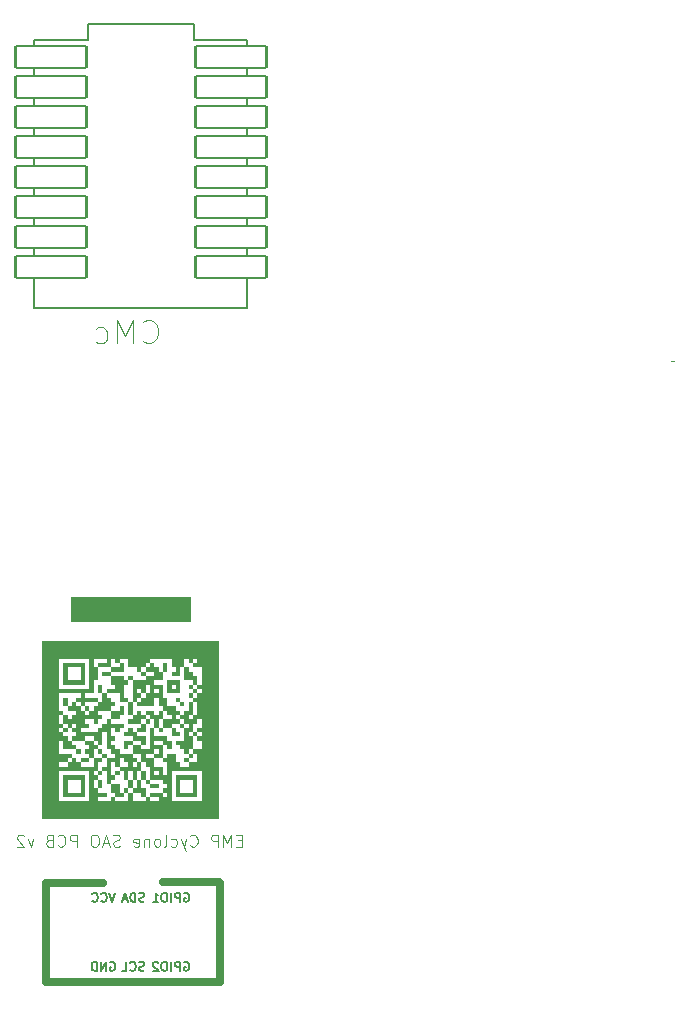
<source format=gbo>
%TF.GenerationSoftware,KiCad,Pcbnew,9.0.1*%
%TF.CreationDate,2025-07-21T02:07:33-04:00*%
%TF.ProjectId,EMP_Cyclone_SAO_v1,454d505f-4379-4636-9c6f-6e655f53414f,rev?*%
%TF.SameCoordinates,Original*%
%TF.FileFunction,Legend,Bot*%
%TF.FilePolarity,Positive*%
%FSLAX46Y46*%
G04 Gerber Fmt 4.6, Leading zero omitted, Abs format (unit mm)*
G04 Created by KiCad (PCBNEW 9.0.1) date 2025-07-21 02:07:33*
%MOMM*%
%LPD*%
G01*
G04 APERTURE LIST*
G04 Aperture macros list*
%AMRoundRect*
0 Rectangle with rounded corners*
0 $1 Rounding radius*
0 $2 $3 $4 $5 $6 $7 $8 $9 X,Y pos of 4 corners*
0 Add a 4 corners polygon primitive as box body*
4,1,4,$2,$3,$4,$5,$6,$7,$8,$9,$2,$3,0*
0 Add four circle primitives for the rounded corners*
1,1,$1+$1,$2,$3*
1,1,$1+$1,$4,$5*
1,1,$1+$1,$6,$7*
1,1,$1+$1,$8,$9*
0 Add four rect primitives between the rounded corners*
20,1,$1+$1,$2,$3,$4,$5,0*
20,1,$1+$1,$4,$5,$6,$7,0*
20,1,$1+$1,$6,$7,$8,$9,0*
20,1,$1+$1,$8,$9,$2,$3,0*%
G04 Aperture macros list end*
%ADD10C,0.100000*%
%ADD11C,0.150000*%
%ADD12C,0.000000*%
%ADD13C,0.700000*%
%ADD14C,0.127000*%
%ADD15C,1.727200*%
%ADD16C,2.000000*%
%ADD17R,1.727200X1.727200*%
%ADD18O,1.727200X1.727200*%
%ADD19RoundRect,0.102000X3.000000X0.952500X-3.000000X0.952500X-3.000000X-0.952500X3.000000X-0.952500X0*%
G04 APERTURE END LIST*
D10*
X95000000Y-113750000D02*
X105000000Y-113750000D01*
X105000000Y-115750000D01*
X95000000Y-115750000D01*
X95000000Y-113750000D01*
G36*
X95000000Y-113750000D02*
G01*
X105000000Y-113750000D01*
X105000000Y-115750000D01*
X95000000Y-115750000D01*
X95000000Y-113750000D01*
G37*
X145750000Y-93750000D02*
X146000000Y-93750000D01*
X145750000Y-93750000D01*
X109446115Y-134348609D02*
X109112782Y-134348609D01*
X108969925Y-134872419D02*
X109446115Y-134872419D01*
X109446115Y-134872419D02*
X109446115Y-133872419D01*
X109446115Y-133872419D02*
X108969925Y-133872419D01*
X108541353Y-134872419D02*
X108541353Y-133872419D01*
X108541353Y-133872419D02*
X108208020Y-134586704D01*
X108208020Y-134586704D02*
X107874687Y-133872419D01*
X107874687Y-133872419D02*
X107874687Y-134872419D01*
X107398496Y-134872419D02*
X107398496Y-133872419D01*
X107398496Y-133872419D02*
X107017544Y-133872419D01*
X107017544Y-133872419D02*
X106922306Y-133920038D01*
X106922306Y-133920038D02*
X106874687Y-133967657D01*
X106874687Y-133967657D02*
X106827068Y-134062895D01*
X106827068Y-134062895D02*
X106827068Y-134205752D01*
X106827068Y-134205752D02*
X106874687Y-134300990D01*
X106874687Y-134300990D02*
X106922306Y-134348609D01*
X106922306Y-134348609D02*
X107017544Y-134396228D01*
X107017544Y-134396228D02*
X107398496Y-134396228D01*
X105065163Y-134777180D02*
X105112782Y-134824800D01*
X105112782Y-134824800D02*
X105255639Y-134872419D01*
X105255639Y-134872419D02*
X105350877Y-134872419D01*
X105350877Y-134872419D02*
X105493734Y-134824800D01*
X105493734Y-134824800D02*
X105588972Y-134729561D01*
X105588972Y-134729561D02*
X105636591Y-134634323D01*
X105636591Y-134634323D02*
X105684210Y-134443847D01*
X105684210Y-134443847D02*
X105684210Y-134300990D01*
X105684210Y-134300990D02*
X105636591Y-134110514D01*
X105636591Y-134110514D02*
X105588972Y-134015276D01*
X105588972Y-134015276D02*
X105493734Y-133920038D01*
X105493734Y-133920038D02*
X105350877Y-133872419D01*
X105350877Y-133872419D02*
X105255639Y-133872419D01*
X105255639Y-133872419D02*
X105112782Y-133920038D01*
X105112782Y-133920038D02*
X105065163Y-133967657D01*
X104731829Y-134205752D02*
X104493734Y-134872419D01*
X104255639Y-134205752D02*
X104493734Y-134872419D01*
X104493734Y-134872419D02*
X104588972Y-135110514D01*
X104588972Y-135110514D02*
X104636591Y-135158133D01*
X104636591Y-135158133D02*
X104731829Y-135205752D01*
X103446115Y-134824800D02*
X103541353Y-134872419D01*
X103541353Y-134872419D02*
X103731829Y-134872419D01*
X103731829Y-134872419D02*
X103827067Y-134824800D01*
X103827067Y-134824800D02*
X103874686Y-134777180D01*
X103874686Y-134777180D02*
X103922305Y-134681942D01*
X103922305Y-134681942D02*
X103922305Y-134396228D01*
X103922305Y-134396228D02*
X103874686Y-134300990D01*
X103874686Y-134300990D02*
X103827067Y-134253371D01*
X103827067Y-134253371D02*
X103731829Y-134205752D01*
X103731829Y-134205752D02*
X103541353Y-134205752D01*
X103541353Y-134205752D02*
X103446115Y-134253371D01*
X102874686Y-134872419D02*
X102969924Y-134824800D01*
X102969924Y-134824800D02*
X103017543Y-134729561D01*
X103017543Y-134729561D02*
X103017543Y-133872419D01*
X102350876Y-134872419D02*
X102446114Y-134824800D01*
X102446114Y-134824800D02*
X102493733Y-134777180D01*
X102493733Y-134777180D02*
X102541352Y-134681942D01*
X102541352Y-134681942D02*
X102541352Y-134396228D01*
X102541352Y-134396228D02*
X102493733Y-134300990D01*
X102493733Y-134300990D02*
X102446114Y-134253371D01*
X102446114Y-134253371D02*
X102350876Y-134205752D01*
X102350876Y-134205752D02*
X102208019Y-134205752D01*
X102208019Y-134205752D02*
X102112781Y-134253371D01*
X102112781Y-134253371D02*
X102065162Y-134300990D01*
X102065162Y-134300990D02*
X102017543Y-134396228D01*
X102017543Y-134396228D02*
X102017543Y-134681942D01*
X102017543Y-134681942D02*
X102065162Y-134777180D01*
X102065162Y-134777180D02*
X102112781Y-134824800D01*
X102112781Y-134824800D02*
X102208019Y-134872419D01*
X102208019Y-134872419D02*
X102350876Y-134872419D01*
X101588971Y-134205752D02*
X101588971Y-134872419D01*
X101588971Y-134300990D02*
X101541352Y-134253371D01*
X101541352Y-134253371D02*
X101446114Y-134205752D01*
X101446114Y-134205752D02*
X101303257Y-134205752D01*
X101303257Y-134205752D02*
X101208019Y-134253371D01*
X101208019Y-134253371D02*
X101160400Y-134348609D01*
X101160400Y-134348609D02*
X101160400Y-134872419D01*
X100303257Y-134824800D02*
X100398495Y-134872419D01*
X100398495Y-134872419D02*
X100588971Y-134872419D01*
X100588971Y-134872419D02*
X100684209Y-134824800D01*
X100684209Y-134824800D02*
X100731828Y-134729561D01*
X100731828Y-134729561D02*
X100731828Y-134348609D01*
X100731828Y-134348609D02*
X100684209Y-134253371D01*
X100684209Y-134253371D02*
X100588971Y-134205752D01*
X100588971Y-134205752D02*
X100398495Y-134205752D01*
X100398495Y-134205752D02*
X100303257Y-134253371D01*
X100303257Y-134253371D02*
X100255638Y-134348609D01*
X100255638Y-134348609D02*
X100255638Y-134443847D01*
X100255638Y-134443847D02*
X100731828Y-134539085D01*
X99112780Y-134824800D02*
X98969923Y-134872419D01*
X98969923Y-134872419D02*
X98731828Y-134872419D01*
X98731828Y-134872419D02*
X98636590Y-134824800D01*
X98636590Y-134824800D02*
X98588971Y-134777180D01*
X98588971Y-134777180D02*
X98541352Y-134681942D01*
X98541352Y-134681942D02*
X98541352Y-134586704D01*
X98541352Y-134586704D02*
X98588971Y-134491466D01*
X98588971Y-134491466D02*
X98636590Y-134443847D01*
X98636590Y-134443847D02*
X98731828Y-134396228D01*
X98731828Y-134396228D02*
X98922304Y-134348609D01*
X98922304Y-134348609D02*
X99017542Y-134300990D01*
X99017542Y-134300990D02*
X99065161Y-134253371D01*
X99065161Y-134253371D02*
X99112780Y-134158133D01*
X99112780Y-134158133D02*
X99112780Y-134062895D01*
X99112780Y-134062895D02*
X99065161Y-133967657D01*
X99065161Y-133967657D02*
X99017542Y-133920038D01*
X99017542Y-133920038D02*
X98922304Y-133872419D01*
X98922304Y-133872419D02*
X98684209Y-133872419D01*
X98684209Y-133872419D02*
X98541352Y-133920038D01*
X98160399Y-134586704D02*
X97684209Y-134586704D01*
X98255637Y-134872419D02*
X97922304Y-133872419D01*
X97922304Y-133872419D02*
X97588971Y-134872419D01*
X97065161Y-133872419D02*
X96874685Y-133872419D01*
X96874685Y-133872419D02*
X96779447Y-133920038D01*
X96779447Y-133920038D02*
X96684209Y-134015276D01*
X96684209Y-134015276D02*
X96636590Y-134205752D01*
X96636590Y-134205752D02*
X96636590Y-134539085D01*
X96636590Y-134539085D02*
X96684209Y-134729561D01*
X96684209Y-134729561D02*
X96779447Y-134824800D01*
X96779447Y-134824800D02*
X96874685Y-134872419D01*
X96874685Y-134872419D02*
X97065161Y-134872419D01*
X97065161Y-134872419D02*
X97160399Y-134824800D01*
X97160399Y-134824800D02*
X97255637Y-134729561D01*
X97255637Y-134729561D02*
X97303256Y-134539085D01*
X97303256Y-134539085D02*
X97303256Y-134205752D01*
X97303256Y-134205752D02*
X97255637Y-134015276D01*
X97255637Y-134015276D02*
X97160399Y-133920038D01*
X97160399Y-133920038D02*
X97065161Y-133872419D01*
X95446113Y-134872419D02*
X95446113Y-133872419D01*
X95446113Y-133872419D02*
X95065161Y-133872419D01*
X95065161Y-133872419D02*
X94969923Y-133920038D01*
X94969923Y-133920038D02*
X94922304Y-133967657D01*
X94922304Y-133967657D02*
X94874685Y-134062895D01*
X94874685Y-134062895D02*
X94874685Y-134205752D01*
X94874685Y-134205752D02*
X94922304Y-134300990D01*
X94922304Y-134300990D02*
X94969923Y-134348609D01*
X94969923Y-134348609D02*
X95065161Y-134396228D01*
X95065161Y-134396228D02*
X95446113Y-134396228D01*
X93874685Y-134777180D02*
X93922304Y-134824800D01*
X93922304Y-134824800D02*
X94065161Y-134872419D01*
X94065161Y-134872419D02*
X94160399Y-134872419D01*
X94160399Y-134872419D02*
X94303256Y-134824800D01*
X94303256Y-134824800D02*
X94398494Y-134729561D01*
X94398494Y-134729561D02*
X94446113Y-134634323D01*
X94446113Y-134634323D02*
X94493732Y-134443847D01*
X94493732Y-134443847D02*
X94493732Y-134300990D01*
X94493732Y-134300990D02*
X94446113Y-134110514D01*
X94446113Y-134110514D02*
X94398494Y-134015276D01*
X94398494Y-134015276D02*
X94303256Y-133920038D01*
X94303256Y-133920038D02*
X94160399Y-133872419D01*
X94160399Y-133872419D02*
X94065161Y-133872419D01*
X94065161Y-133872419D02*
X93922304Y-133920038D01*
X93922304Y-133920038D02*
X93874685Y-133967657D01*
X93112780Y-134348609D02*
X92969923Y-134396228D01*
X92969923Y-134396228D02*
X92922304Y-134443847D01*
X92922304Y-134443847D02*
X92874685Y-134539085D01*
X92874685Y-134539085D02*
X92874685Y-134681942D01*
X92874685Y-134681942D02*
X92922304Y-134777180D01*
X92922304Y-134777180D02*
X92969923Y-134824800D01*
X92969923Y-134824800D02*
X93065161Y-134872419D01*
X93065161Y-134872419D02*
X93446113Y-134872419D01*
X93446113Y-134872419D02*
X93446113Y-133872419D01*
X93446113Y-133872419D02*
X93112780Y-133872419D01*
X93112780Y-133872419D02*
X93017542Y-133920038D01*
X93017542Y-133920038D02*
X92969923Y-133967657D01*
X92969923Y-133967657D02*
X92922304Y-134062895D01*
X92922304Y-134062895D02*
X92922304Y-134158133D01*
X92922304Y-134158133D02*
X92969923Y-134253371D01*
X92969923Y-134253371D02*
X93017542Y-134300990D01*
X93017542Y-134300990D02*
X93112780Y-134348609D01*
X93112780Y-134348609D02*
X93446113Y-134348609D01*
X91779446Y-134205752D02*
X91541351Y-134872419D01*
X91541351Y-134872419D02*
X91303256Y-134205752D01*
X90969922Y-133967657D02*
X90922303Y-133920038D01*
X90922303Y-133920038D02*
X90827065Y-133872419D01*
X90827065Y-133872419D02*
X90588970Y-133872419D01*
X90588970Y-133872419D02*
X90493732Y-133920038D01*
X90493732Y-133920038D02*
X90446113Y-133967657D01*
X90446113Y-133967657D02*
X90398494Y-134062895D01*
X90398494Y-134062895D02*
X90398494Y-134158133D01*
X90398494Y-134158133D02*
X90446113Y-134300990D01*
X90446113Y-134300990D02*
X91017541Y-134872419D01*
X91017541Y-134872419D02*
X90398494Y-134872419D01*
X101065163Y-92059561D02*
X101160401Y-92154800D01*
X101160401Y-92154800D02*
X101446115Y-92250038D01*
X101446115Y-92250038D02*
X101636591Y-92250038D01*
X101636591Y-92250038D02*
X101922306Y-92154800D01*
X101922306Y-92154800D02*
X102112782Y-91964323D01*
X102112782Y-91964323D02*
X102208020Y-91773847D01*
X102208020Y-91773847D02*
X102303258Y-91392895D01*
X102303258Y-91392895D02*
X102303258Y-91107180D01*
X102303258Y-91107180D02*
X102208020Y-90726228D01*
X102208020Y-90726228D02*
X102112782Y-90535752D01*
X102112782Y-90535752D02*
X101922306Y-90345276D01*
X101922306Y-90345276D02*
X101636591Y-90250038D01*
X101636591Y-90250038D02*
X101446115Y-90250038D01*
X101446115Y-90250038D02*
X101160401Y-90345276D01*
X101160401Y-90345276D02*
X101065163Y-90440514D01*
X100208020Y-92250038D02*
X100208020Y-90250038D01*
X100208020Y-90250038D02*
X99541353Y-91678609D01*
X99541353Y-91678609D02*
X98874687Y-90250038D01*
X98874687Y-90250038D02*
X98874687Y-92250038D01*
X97065163Y-92154800D02*
X97255639Y-92250038D01*
X97255639Y-92250038D02*
X97636592Y-92250038D01*
X97636592Y-92250038D02*
X97827068Y-92154800D01*
X97827068Y-92154800D02*
X97922306Y-92059561D01*
X97922306Y-92059561D02*
X98017544Y-91869085D01*
X98017544Y-91869085D02*
X98017544Y-91297657D01*
X98017544Y-91297657D02*
X97922306Y-91107180D01*
X97922306Y-91107180D02*
X97827068Y-91011942D01*
X97827068Y-91011942D02*
X97636592Y-90916704D01*
X97636592Y-90916704D02*
X97255639Y-90916704D01*
X97255639Y-90916704D02*
X97065163Y-91011942D01*
D11*
X98709999Y-138795164D02*
X98459999Y-139545164D01*
X98459999Y-139545164D02*
X98209999Y-138795164D01*
X97531428Y-139473735D02*
X97567142Y-139509450D01*
X97567142Y-139509450D02*
X97674285Y-139545164D01*
X97674285Y-139545164D02*
X97745713Y-139545164D01*
X97745713Y-139545164D02*
X97852856Y-139509450D01*
X97852856Y-139509450D02*
X97924285Y-139438021D01*
X97924285Y-139438021D02*
X97959999Y-139366592D01*
X97959999Y-139366592D02*
X97995713Y-139223735D01*
X97995713Y-139223735D02*
X97995713Y-139116592D01*
X97995713Y-139116592D02*
X97959999Y-138973735D01*
X97959999Y-138973735D02*
X97924285Y-138902307D01*
X97924285Y-138902307D02*
X97852856Y-138830878D01*
X97852856Y-138830878D02*
X97745713Y-138795164D01*
X97745713Y-138795164D02*
X97674285Y-138795164D01*
X97674285Y-138795164D02*
X97567142Y-138830878D01*
X97567142Y-138830878D02*
X97531428Y-138866592D01*
X96781428Y-139473735D02*
X96817142Y-139509450D01*
X96817142Y-139509450D02*
X96924285Y-139545164D01*
X96924285Y-139545164D02*
X96995713Y-139545164D01*
X96995713Y-139545164D02*
X97102856Y-139509450D01*
X97102856Y-139509450D02*
X97174285Y-139438021D01*
X97174285Y-139438021D02*
X97209999Y-139366592D01*
X97209999Y-139366592D02*
X97245713Y-139223735D01*
X97245713Y-139223735D02*
X97245713Y-139116592D01*
X97245713Y-139116592D02*
X97209999Y-138973735D01*
X97209999Y-138973735D02*
X97174285Y-138902307D01*
X97174285Y-138902307D02*
X97102856Y-138830878D01*
X97102856Y-138830878D02*
X96995713Y-138795164D01*
X96995713Y-138795164D02*
X96924285Y-138795164D01*
X96924285Y-138795164D02*
X96817142Y-138830878D01*
X96817142Y-138830878D02*
X96781428Y-138866592D01*
X101160713Y-139509450D02*
X101053571Y-139545164D01*
X101053571Y-139545164D02*
X100874999Y-139545164D01*
X100874999Y-139545164D02*
X100803571Y-139509450D01*
X100803571Y-139509450D02*
X100767856Y-139473735D01*
X100767856Y-139473735D02*
X100732142Y-139402307D01*
X100732142Y-139402307D02*
X100732142Y-139330878D01*
X100732142Y-139330878D02*
X100767856Y-139259450D01*
X100767856Y-139259450D02*
X100803571Y-139223735D01*
X100803571Y-139223735D02*
X100874999Y-139188021D01*
X100874999Y-139188021D02*
X101017856Y-139152307D01*
X101017856Y-139152307D02*
X101089285Y-139116592D01*
X101089285Y-139116592D02*
X101124999Y-139080878D01*
X101124999Y-139080878D02*
X101160713Y-139009450D01*
X101160713Y-139009450D02*
X101160713Y-138938021D01*
X101160713Y-138938021D02*
X101124999Y-138866592D01*
X101124999Y-138866592D02*
X101089285Y-138830878D01*
X101089285Y-138830878D02*
X101017856Y-138795164D01*
X101017856Y-138795164D02*
X100839285Y-138795164D01*
X100839285Y-138795164D02*
X100732142Y-138830878D01*
X100410713Y-139545164D02*
X100410713Y-138795164D01*
X100410713Y-138795164D02*
X100232142Y-138795164D01*
X100232142Y-138795164D02*
X100124999Y-138830878D01*
X100124999Y-138830878D02*
X100053570Y-138902307D01*
X100053570Y-138902307D02*
X100017856Y-138973735D01*
X100017856Y-138973735D02*
X99982142Y-139116592D01*
X99982142Y-139116592D02*
X99982142Y-139223735D01*
X99982142Y-139223735D02*
X100017856Y-139366592D01*
X100017856Y-139366592D02*
X100053570Y-139438021D01*
X100053570Y-139438021D02*
X100124999Y-139509450D01*
X100124999Y-139509450D02*
X100232142Y-139545164D01*
X100232142Y-139545164D02*
X100410713Y-139545164D01*
X99696427Y-139330878D02*
X99339285Y-139330878D01*
X99767856Y-139545164D02*
X99517856Y-138795164D01*
X99517856Y-138795164D02*
X99267856Y-139545164D01*
X98281428Y-144672878D02*
X98352857Y-144637164D01*
X98352857Y-144637164D02*
X98459999Y-144637164D01*
X98459999Y-144637164D02*
X98567142Y-144672878D01*
X98567142Y-144672878D02*
X98638571Y-144744307D01*
X98638571Y-144744307D02*
X98674285Y-144815735D01*
X98674285Y-144815735D02*
X98709999Y-144958592D01*
X98709999Y-144958592D02*
X98709999Y-145065735D01*
X98709999Y-145065735D02*
X98674285Y-145208592D01*
X98674285Y-145208592D02*
X98638571Y-145280021D01*
X98638571Y-145280021D02*
X98567142Y-145351450D01*
X98567142Y-145351450D02*
X98459999Y-145387164D01*
X98459999Y-145387164D02*
X98388571Y-145387164D01*
X98388571Y-145387164D02*
X98281428Y-145351450D01*
X98281428Y-145351450D02*
X98245714Y-145315735D01*
X98245714Y-145315735D02*
X98245714Y-145065735D01*
X98245714Y-145065735D02*
X98388571Y-145065735D01*
X97924285Y-145387164D02*
X97924285Y-144637164D01*
X97924285Y-144637164D02*
X97495714Y-145387164D01*
X97495714Y-145387164D02*
X97495714Y-144637164D01*
X97138571Y-145387164D02*
X97138571Y-144637164D01*
X97138571Y-144637164D02*
X96960000Y-144637164D01*
X96960000Y-144637164D02*
X96852857Y-144672878D01*
X96852857Y-144672878D02*
X96781428Y-144744307D01*
X96781428Y-144744307D02*
X96745714Y-144815735D01*
X96745714Y-144815735D02*
X96710000Y-144958592D01*
X96710000Y-144958592D02*
X96710000Y-145065735D01*
X96710000Y-145065735D02*
X96745714Y-145208592D01*
X96745714Y-145208592D02*
X96781428Y-145280021D01*
X96781428Y-145280021D02*
X96852857Y-145351450D01*
X96852857Y-145351450D02*
X96960000Y-145387164D01*
X96960000Y-145387164D02*
X97138571Y-145387164D01*
X104557142Y-138830878D02*
X104628571Y-138795164D01*
X104628571Y-138795164D02*
X104735713Y-138795164D01*
X104735713Y-138795164D02*
X104842856Y-138830878D01*
X104842856Y-138830878D02*
X104914285Y-138902307D01*
X104914285Y-138902307D02*
X104949999Y-138973735D01*
X104949999Y-138973735D02*
X104985713Y-139116592D01*
X104985713Y-139116592D02*
X104985713Y-139223735D01*
X104985713Y-139223735D02*
X104949999Y-139366592D01*
X104949999Y-139366592D02*
X104914285Y-139438021D01*
X104914285Y-139438021D02*
X104842856Y-139509450D01*
X104842856Y-139509450D02*
X104735713Y-139545164D01*
X104735713Y-139545164D02*
X104664285Y-139545164D01*
X104664285Y-139545164D02*
X104557142Y-139509450D01*
X104557142Y-139509450D02*
X104521428Y-139473735D01*
X104521428Y-139473735D02*
X104521428Y-139223735D01*
X104521428Y-139223735D02*
X104664285Y-139223735D01*
X104199999Y-139545164D02*
X104199999Y-138795164D01*
X104199999Y-138795164D02*
X103914285Y-138795164D01*
X103914285Y-138795164D02*
X103842856Y-138830878D01*
X103842856Y-138830878D02*
X103807142Y-138866592D01*
X103807142Y-138866592D02*
X103771428Y-138938021D01*
X103771428Y-138938021D02*
X103771428Y-139045164D01*
X103771428Y-139045164D02*
X103807142Y-139116592D01*
X103807142Y-139116592D02*
X103842856Y-139152307D01*
X103842856Y-139152307D02*
X103914285Y-139188021D01*
X103914285Y-139188021D02*
X104199999Y-139188021D01*
X103449999Y-139545164D02*
X103449999Y-138795164D01*
X102949999Y-138795164D02*
X102807142Y-138795164D01*
X102807142Y-138795164D02*
X102735713Y-138830878D01*
X102735713Y-138830878D02*
X102664285Y-138902307D01*
X102664285Y-138902307D02*
X102628570Y-139045164D01*
X102628570Y-139045164D02*
X102628570Y-139295164D01*
X102628570Y-139295164D02*
X102664285Y-139438021D01*
X102664285Y-139438021D02*
X102735713Y-139509450D01*
X102735713Y-139509450D02*
X102807142Y-139545164D01*
X102807142Y-139545164D02*
X102949999Y-139545164D01*
X102949999Y-139545164D02*
X103021428Y-139509450D01*
X103021428Y-139509450D02*
X103092856Y-139438021D01*
X103092856Y-139438021D02*
X103128570Y-139295164D01*
X103128570Y-139295164D02*
X103128570Y-139045164D01*
X103128570Y-139045164D02*
X103092856Y-138902307D01*
X103092856Y-138902307D02*
X103021428Y-138830878D01*
X103021428Y-138830878D02*
X102949999Y-138795164D01*
X101914285Y-139545164D02*
X102342856Y-139545164D01*
X102128571Y-139545164D02*
X102128571Y-138795164D01*
X102128571Y-138795164D02*
X102199999Y-138902307D01*
X102199999Y-138902307D02*
X102271428Y-138973735D01*
X102271428Y-138973735D02*
X102342856Y-139009450D01*
X101142856Y-145351450D02*
X101035714Y-145387164D01*
X101035714Y-145387164D02*
X100857142Y-145387164D01*
X100857142Y-145387164D02*
X100785714Y-145351450D01*
X100785714Y-145351450D02*
X100749999Y-145315735D01*
X100749999Y-145315735D02*
X100714285Y-145244307D01*
X100714285Y-145244307D02*
X100714285Y-145172878D01*
X100714285Y-145172878D02*
X100749999Y-145101450D01*
X100749999Y-145101450D02*
X100785714Y-145065735D01*
X100785714Y-145065735D02*
X100857142Y-145030021D01*
X100857142Y-145030021D02*
X100999999Y-144994307D01*
X100999999Y-144994307D02*
X101071428Y-144958592D01*
X101071428Y-144958592D02*
X101107142Y-144922878D01*
X101107142Y-144922878D02*
X101142856Y-144851450D01*
X101142856Y-144851450D02*
X101142856Y-144780021D01*
X101142856Y-144780021D02*
X101107142Y-144708592D01*
X101107142Y-144708592D02*
X101071428Y-144672878D01*
X101071428Y-144672878D02*
X100999999Y-144637164D01*
X100999999Y-144637164D02*
X100821428Y-144637164D01*
X100821428Y-144637164D02*
X100714285Y-144672878D01*
X99964285Y-145315735D02*
X99999999Y-145351450D01*
X99999999Y-145351450D02*
X100107142Y-145387164D01*
X100107142Y-145387164D02*
X100178570Y-145387164D01*
X100178570Y-145387164D02*
X100285713Y-145351450D01*
X100285713Y-145351450D02*
X100357142Y-145280021D01*
X100357142Y-145280021D02*
X100392856Y-145208592D01*
X100392856Y-145208592D02*
X100428570Y-145065735D01*
X100428570Y-145065735D02*
X100428570Y-144958592D01*
X100428570Y-144958592D02*
X100392856Y-144815735D01*
X100392856Y-144815735D02*
X100357142Y-144744307D01*
X100357142Y-144744307D02*
X100285713Y-144672878D01*
X100285713Y-144672878D02*
X100178570Y-144637164D01*
X100178570Y-144637164D02*
X100107142Y-144637164D01*
X100107142Y-144637164D02*
X99999999Y-144672878D01*
X99999999Y-144672878D02*
X99964285Y-144708592D01*
X99285713Y-145387164D02*
X99642856Y-145387164D01*
X99642856Y-145387164D02*
X99642856Y-144637164D01*
X104557142Y-144672878D02*
X104628571Y-144637164D01*
X104628571Y-144637164D02*
X104735713Y-144637164D01*
X104735713Y-144637164D02*
X104842856Y-144672878D01*
X104842856Y-144672878D02*
X104914285Y-144744307D01*
X104914285Y-144744307D02*
X104949999Y-144815735D01*
X104949999Y-144815735D02*
X104985713Y-144958592D01*
X104985713Y-144958592D02*
X104985713Y-145065735D01*
X104985713Y-145065735D02*
X104949999Y-145208592D01*
X104949999Y-145208592D02*
X104914285Y-145280021D01*
X104914285Y-145280021D02*
X104842856Y-145351450D01*
X104842856Y-145351450D02*
X104735713Y-145387164D01*
X104735713Y-145387164D02*
X104664285Y-145387164D01*
X104664285Y-145387164D02*
X104557142Y-145351450D01*
X104557142Y-145351450D02*
X104521428Y-145315735D01*
X104521428Y-145315735D02*
X104521428Y-145065735D01*
X104521428Y-145065735D02*
X104664285Y-145065735D01*
X104199999Y-145387164D02*
X104199999Y-144637164D01*
X104199999Y-144637164D02*
X103914285Y-144637164D01*
X103914285Y-144637164D02*
X103842856Y-144672878D01*
X103842856Y-144672878D02*
X103807142Y-144708592D01*
X103807142Y-144708592D02*
X103771428Y-144780021D01*
X103771428Y-144780021D02*
X103771428Y-144887164D01*
X103771428Y-144887164D02*
X103807142Y-144958592D01*
X103807142Y-144958592D02*
X103842856Y-144994307D01*
X103842856Y-144994307D02*
X103914285Y-145030021D01*
X103914285Y-145030021D02*
X104199999Y-145030021D01*
X103449999Y-145387164D02*
X103449999Y-144637164D01*
X102949999Y-144637164D02*
X102807142Y-144637164D01*
X102807142Y-144637164D02*
X102735713Y-144672878D01*
X102735713Y-144672878D02*
X102664285Y-144744307D01*
X102664285Y-144744307D02*
X102628570Y-144887164D01*
X102628570Y-144887164D02*
X102628570Y-145137164D01*
X102628570Y-145137164D02*
X102664285Y-145280021D01*
X102664285Y-145280021D02*
X102735713Y-145351450D01*
X102735713Y-145351450D02*
X102807142Y-145387164D01*
X102807142Y-145387164D02*
X102949999Y-145387164D01*
X102949999Y-145387164D02*
X103021428Y-145351450D01*
X103021428Y-145351450D02*
X103092856Y-145280021D01*
X103092856Y-145280021D02*
X103128570Y-145137164D01*
X103128570Y-145137164D02*
X103128570Y-144887164D01*
X103128570Y-144887164D02*
X103092856Y-144744307D01*
X103092856Y-144744307D02*
X103021428Y-144672878D01*
X103021428Y-144672878D02*
X102949999Y-144637164D01*
X102342856Y-144708592D02*
X102307142Y-144672878D01*
X102307142Y-144672878D02*
X102235714Y-144637164D01*
X102235714Y-144637164D02*
X102057142Y-144637164D01*
X102057142Y-144637164D02*
X101985714Y-144672878D01*
X101985714Y-144672878D02*
X101949999Y-144708592D01*
X101949999Y-144708592D02*
X101914285Y-144780021D01*
X101914285Y-144780021D02*
X101914285Y-144851450D01*
X101914285Y-144851450D02*
X101949999Y-144958592D01*
X101949999Y-144958592D02*
X102378571Y-145387164D01*
X102378571Y-145387164D02*
X101914285Y-145387164D01*
D12*
%TO.C,G\u002A\u002A\u002A*%
G36*
X107502881Y-125000001D02*
G01*
X107502881Y-132502882D01*
X99999999Y-132502882D01*
X92497118Y-132502882D01*
X92497118Y-131038906D01*
X93961094Y-131038906D01*
X95242074Y-131038906D01*
X96523054Y-131038906D01*
X96523054Y-129757926D01*
X96523054Y-128476946D01*
X95242074Y-128476946D01*
X93961094Y-128476946D01*
X93961094Y-129757926D01*
X93961094Y-131038906D01*
X92497118Y-131038906D01*
X92497118Y-129757926D01*
X92497118Y-128110952D01*
X93961094Y-128110952D01*
X94327089Y-128110952D01*
X94693083Y-128110952D01*
X94693083Y-127927955D01*
X94693083Y-127744957D01*
X94327089Y-127744957D01*
X93961094Y-127744957D01*
X93961094Y-127927955D01*
X93961094Y-128110952D01*
X92497118Y-128110952D01*
X92497118Y-127927955D01*
X92497118Y-127012969D01*
X92497118Y-125000001D01*
X92497118Y-121889050D01*
X93961094Y-121889050D01*
X93961094Y-122621038D01*
X93961094Y-123353027D01*
X94144092Y-123353027D01*
X94327089Y-123353027D01*
X94327089Y-123536024D01*
X94327089Y-123719021D01*
X94144092Y-123719021D01*
X93961094Y-123719021D01*
X93961094Y-124085015D01*
X93961094Y-124451009D01*
X94144092Y-124451009D01*
X94327089Y-124451009D01*
X94327089Y-124634006D01*
X94327089Y-124817004D01*
X94144092Y-124817004D01*
X93961094Y-124817004D01*
X93961094Y-125000001D01*
X93961094Y-125182998D01*
X94144092Y-125182998D01*
X94327089Y-125182998D01*
X94327089Y-125365995D01*
X94327089Y-125548992D01*
X94510086Y-125548992D01*
X94693083Y-125548992D01*
X94693083Y-125731989D01*
X94693083Y-125914986D01*
X94876080Y-125914986D01*
X95059077Y-125914986D01*
X95059077Y-126097983D01*
X95059077Y-126280980D01*
X95242074Y-126280980D01*
X95425071Y-126280980D01*
X95425071Y-126463978D01*
X95425071Y-126646975D01*
X94876080Y-126646975D01*
X94327089Y-126646975D01*
X94327089Y-126280980D01*
X94327089Y-125914986D01*
X94144092Y-125914986D01*
X93961094Y-125914986D01*
X93961094Y-126463978D01*
X93961094Y-127012969D01*
X94510086Y-127012969D01*
X95059077Y-127012969D01*
X95059077Y-127195966D01*
X95059077Y-127378963D01*
X94876080Y-127378963D01*
X94693083Y-127378963D01*
X94693083Y-127561960D01*
X94693083Y-127744957D01*
X94876080Y-127744957D01*
X95059077Y-127744957D01*
X95059077Y-127561960D01*
X95059077Y-127378963D01*
X95242074Y-127378963D01*
X95425071Y-127378963D01*
X95425071Y-127561960D01*
X95425071Y-127744957D01*
X95608069Y-127744957D01*
X95791066Y-127744957D01*
X95791066Y-127927955D01*
X95791066Y-128110952D01*
X96340057Y-128110952D01*
X96889048Y-128110952D01*
X96889048Y-127744957D01*
X96889048Y-127378963D01*
X97255043Y-127378963D01*
X97621037Y-127378963D01*
X97621037Y-127561960D01*
X97621037Y-127744957D01*
X97438040Y-127744957D01*
X97255043Y-127744957D01*
X97255043Y-128110952D01*
X97255043Y-128476946D01*
X97072045Y-128476946D01*
X96889048Y-128476946D01*
X96889048Y-128659943D01*
X96889048Y-128842940D01*
X97072045Y-128842940D01*
X97255043Y-128842940D01*
X97255043Y-129025937D01*
X97255043Y-129208934D01*
X97072045Y-129208934D01*
X96889048Y-129208934D01*
X96889048Y-129574929D01*
X96889048Y-129940923D01*
X97072045Y-129940923D01*
X97255043Y-129940923D01*
X97255043Y-130123920D01*
X97255043Y-130306917D01*
X97621037Y-130306917D01*
X97987031Y-130306917D01*
X97987031Y-130489914D01*
X97987031Y-130672911D01*
X97621037Y-130672911D01*
X97255043Y-130672911D01*
X97255043Y-130855908D01*
X97255043Y-131038906D01*
X97804034Y-131038906D01*
X98353025Y-131038906D01*
X98353025Y-130855908D01*
X98353025Y-130672911D01*
X98536022Y-130672911D01*
X98719020Y-130672911D01*
X98719020Y-130855908D01*
X98719020Y-131038906D01*
X99268011Y-131038906D01*
X99817002Y-131038906D01*
X99817002Y-130672911D01*
X99817002Y-130306917D01*
X99999999Y-130306917D01*
X100182996Y-130306917D01*
X100182996Y-130672911D01*
X100182996Y-131038906D01*
X100731988Y-131038906D01*
X101280979Y-131038906D01*
X101280979Y-130855908D01*
X101280979Y-130672911D01*
X101463976Y-130672911D01*
X101646973Y-130672911D01*
X101646973Y-130855908D01*
X101646973Y-131038906D01*
X102012968Y-131038906D01*
X102378962Y-131038906D01*
X103476945Y-131038906D01*
X104757924Y-131038906D01*
X106038904Y-131038906D01*
X106038904Y-129757926D01*
X106038904Y-128476946D01*
X104757924Y-128476946D01*
X103476945Y-128476946D01*
X103476945Y-129757926D01*
X103476945Y-131038906D01*
X102378962Y-131038906D01*
X102378962Y-130855908D01*
X102378962Y-130672911D01*
X102012968Y-130672911D01*
X101646973Y-130672911D01*
X101646973Y-130489914D01*
X101646973Y-130306917D01*
X102195965Y-130306917D01*
X102744956Y-130306917D01*
X102744956Y-130489914D01*
X102744956Y-130672911D01*
X102927953Y-130672911D01*
X103110950Y-130672911D01*
X103110950Y-130489914D01*
X103110950Y-130306917D01*
X102927953Y-130306917D01*
X102744956Y-130306917D01*
X102744956Y-130123920D01*
X102744956Y-129940923D01*
X102927953Y-129940923D01*
X103110950Y-129940923D01*
X103110950Y-129757926D01*
X103110950Y-129574929D01*
X102927953Y-129574929D01*
X102744956Y-129574929D01*
X102744956Y-129391931D01*
X102744956Y-129208934D01*
X102195965Y-129208934D01*
X101646973Y-129208934D01*
X101646973Y-128842940D01*
X102012968Y-128842940D01*
X102195965Y-128842940D01*
X102378962Y-128842940D01*
X102378962Y-128659943D01*
X102378962Y-128476946D01*
X102195965Y-128476946D01*
X102012968Y-128476946D01*
X102012968Y-128659943D01*
X102012968Y-128842940D01*
X101646973Y-128842940D01*
X101646973Y-128659943D01*
X101646973Y-128110952D01*
X101463976Y-128110952D01*
X101280979Y-128110952D01*
X101280979Y-127927955D01*
X101280979Y-127744957D01*
X101097982Y-127744957D01*
X100914985Y-127744957D01*
X100914985Y-127378963D01*
X100914985Y-127012969D01*
X101280979Y-127012969D01*
X101280979Y-127195966D01*
X101280979Y-127378963D01*
X101646973Y-127378963D01*
X102012968Y-127378963D01*
X102012968Y-127744957D01*
X102012968Y-128110952D01*
X102378962Y-128110952D01*
X102744956Y-128110952D01*
X102744956Y-128476946D01*
X102744956Y-128842940D01*
X102927953Y-128842940D01*
X103110950Y-128842940D01*
X103110950Y-128293949D01*
X103110950Y-127744957D01*
X102927953Y-127744957D01*
X102744956Y-127744957D01*
X102744956Y-127561960D01*
X102744956Y-127378963D01*
X102378962Y-127378963D01*
X102012968Y-127378963D01*
X102012968Y-127195966D01*
X102012968Y-127012969D01*
X102195965Y-127012969D01*
X102378962Y-127012969D01*
X102378962Y-126829972D01*
X102378962Y-126646975D01*
X102195965Y-126646975D01*
X102012968Y-126646975D01*
X102012968Y-126829972D01*
X102012968Y-127012969D01*
X101646973Y-127012969D01*
X101280979Y-127012969D01*
X100914985Y-127012969D01*
X100548991Y-127012969D01*
X100182996Y-127012969D01*
X100182996Y-126829972D01*
X100182996Y-126646975D01*
X100182996Y-126280980D01*
X100548991Y-126280980D01*
X100914985Y-126280980D01*
X100914985Y-126463978D01*
X100914985Y-126646975D01*
X101280979Y-126646975D01*
X101646973Y-126646975D01*
X101646973Y-126097983D01*
X102012968Y-126097983D01*
X102012968Y-126280980D01*
X102378962Y-126280980D01*
X102744956Y-126280980D01*
X102744956Y-126097983D01*
X102744956Y-125914986D01*
X102378962Y-125914986D01*
X102012968Y-125914986D01*
X102012968Y-126097983D01*
X101646973Y-126097983D01*
X101646973Y-125731989D01*
X101646973Y-124817004D01*
X101829971Y-124817004D01*
X102012968Y-124817004D01*
X102012968Y-125182998D01*
X102012968Y-125548992D01*
X102561959Y-125548992D01*
X103110950Y-125548992D01*
X103110950Y-125731989D01*
X103110950Y-125914986D01*
X103293947Y-125914986D01*
X103476945Y-125914986D01*
X103476945Y-126280980D01*
X103476945Y-126646975D01*
X103293947Y-126646975D01*
X103110950Y-126646975D01*
X103110950Y-126463978D01*
X103110950Y-126280980D01*
X102927953Y-126280980D01*
X102744956Y-126280980D01*
X102744956Y-126829972D01*
X102744956Y-127378963D01*
X102927953Y-127378963D01*
X103110950Y-127378963D01*
X103110950Y-127195966D01*
X103110950Y-127012969D01*
X103476945Y-127012969D01*
X103842939Y-127012969D01*
X103842939Y-127378963D01*
X103842939Y-127744957D01*
X104025936Y-127744957D01*
X104208933Y-127744957D01*
X104208933Y-127927955D01*
X104208933Y-128110952D01*
X104574927Y-128110952D01*
X104940922Y-128110952D01*
X104940922Y-127927955D01*
X104940922Y-127744957D01*
X105306916Y-127744957D01*
X105672910Y-127744957D01*
X105672910Y-127378963D01*
X105672910Y-127012969D01*
X105489913Y-127012969D01*
X105306916Y-127012969D01*
X105306916Y-126829972D01*
X105306916Y-126646975D01*
X105123919Y-126646975D01*
X104940922Y-126646975D01*
X104940922Y-126829972D01*
X104940922Y-127012969D01*
X104757924Y-127012969D01*
X104574927Y-127012969D01*
X104574927Y-126829972D01*
X104574927Y-126646975D01*
X104391930Y-126646975D01*
X104208933Y-126646975D01*
X104208933Y-126463978D01*
X104208933Y-126280980D01*
X104025936Y-126280980D01*
X103842939Y-126280980D01*
X103842939Y-126097983D01*
X103842939Y-125914986D01*
X104208933Y-125914986D01*
X104574927Y-125914986D01*
X104574927Y-125548992D01*
X104574927Y-125365995D01*
X104574927Y-125182998D01*
X104940922Y-125182998D01*
X104940922Y-125365995D01*
X104940922Y-125548992D01*
X105123919Y-125548992D01*
X105306916Y-125548992D01*
X105306916Y-126097983D01*
X105306916Y-126646975D01*
X105672910Y-126646975D01*
X106038904Y-126646975D01*
X106038904Y-126280980D01*
X106038904Y-125914986D01*
X105855907Y-125914986D01*
X105672910Y-125914986D01*
X105672910Y-125731989D01*
X105672910Y-125548992D01*
X105855907Y-125548992D01*
X106038904Y-125548992D01*
X106038904Y-125365995D01*
X106038904Y-125182998D01*
X105855907Y-125182998D01*
X105672910Y-125182998D01*
X105672910Y-125000001D01*
X105672910Y-124817004D01*
X105855907Y-124817004D01*
X106038904Y-124817004D01*
X106038904Y-124451009D01*
X106038904Y-124085015D01*
X105855907Y-124085015D01*
X105672910Y-124085015D01*
X105672910Y-124268012D01*
X105672910Y-124451009D01*
X105489913Y-124451009D01*
X105306916Y-124451009D01*
X105306916Y-124817004D01*
X105306916Y-125182998D01*
X105123919Y-125182998D01*
X104940922Y-125182998D01*
X104574927Y-125182998D01*
X104574927Y-124817004D01*
X104757924Y-124817004D01*
X104940922Y-124817004D01*
X104940922Y-124634006D01*
X104940922Y-124451009D01*
X104757924Y-124451009D01*
X104574927Y-124451009D01*
X104574927Y-124268012D01*
X104574927Y-124085015D01*
X104940922Y-124085015D01*
X105123919Y-124085015D01*
X105306916Y-124085015D01*
X105306916Y-123902018D01*
X105306916Y-123719021D01*
X105123919Y-123719021D01*
X104940922Y-123719021D01*
X104940922Y-123902018D01*
X104940922Y-124085015D01*
X104574927Y-124085015D01*
X104391930Y-124085015D01*
X104208933Y-124085015D01*
X104208933Y-123902018D01*
X104208933Y-123719021D01*
X104391930Y-123719021D01*
X104574927Y-123719021D01*
X104574927Y-123536024D01*
X104574927Y-123353027D01*
X104757924Y-123353027D01*
X104940922Y-123353027D01*
X104940922Y-122987032D01*
X104940922Y-122621038D01*
X105123919Y-122621038D01*
X105306916Y-122621038D01*
X105306916Y-123170029D01*
X105306916Y-123719021D01*
X105489913Y-123719021D01*
X105672910Y-123719021D01*
X105672910Y-123170029D01*
X105672910Y-122621038D01*
X105489913Y-122621038D01*
X105306916Y-122621038D01*
X105306916Y-122438041D01*
X105306916Y-122255044D01*
X105489913Y-122255044D01*
X105672910Y-122255044D01*
X105672910Y-122072047D01*
X105672910Y-121889050D01*
X105855907Y-121889050D01*
X106038904Y-121889050D01*
X106038904Y-121706053D01*
X106038904Y-121523055D01*
X105855907Y-121523055D01*
X105672910Y-121523055D01*
X105672910Y-121340058D01*
X105672910Y-121157061D01*
X105855907Y-121157061D01*
X106038904Y-121157061D01*
X106038904Y-120425073D01*
X106038904Y-119693084D01*
X105672910Y-119693084D01*
X105306916Y-119693084D01*
X105306916Y-119510087D01*
X105306916Y-119327090D01*
X105489913Y-119327090D01*
X105672910Y-119327090D01*
X105672910Y-119144093D01*
X105672910Y-118961096D01*
X105489913Y-118961096D01*
X105306916Y-118961096D01*
X105306916Y-119144093D01*
X105306916Y-119327090D01*
X105123919Y-119327090D01*
X104940922Y-119327090D01*
X104940922Y-119144093D01*
X104940922Y-118961096D01*
X104757924Y-118961096D01*
X104574927Y-118961096D01*
X104574927Y-119327090D01*
X104574927Y-119693084D01*
X104391930Y-119693084D01*
X104208933Y-119693084D01*
X104208933Y-120059078D01*
X104208933Y-120425073D01*
X103842939Y-120425073D01*
X103476945Y-120425073D01*
X103476945Y-120242076D01*
X103476945Y-120059078D01*
X103659942Y-120059078D01*
X103842939Y-120059078D01*
X103842939Y-119876081D01*
X103842939Y-119693084D01*
X103659942Y-119693084D01*
X103476945Y-119693084D01*
X103476945Y-119327090D01*
X103476945Y-118961096D01*
X102561959Y-118961096D01*
X101646973Y-118961096D01*
X101646973Y-119144093D01*
X101646973Y-119327090D01*
X101463976Y-119327090D01*
X101280979Y-119327090D01*
X101280979Y-119510087D01*
X101280979Y-119693084D01*
X101097982Y-119693084D01*
X100914985Y-119693084D01*
X100914985Y-119876081D01*
X100914985Y-120059078D01*
X100731988Y-120059078D01*
X100548991Y-120059078D01*
X100548991Y-119876081D01*
X100548991Y-119693084D01*
X100182996Y-119693084D01*
X99817002Y-119693084D01*
X99817002Y-119327090D01*
X99817002Y-118961096D01*
X99451008Y-118961096D01*
X99085014Y-118961096D01*
X99085014Y-119144093D01*
X99085014Y-119327090D01*
X98902017Y-119327090D01*
X98719020Y-119327090D01*
X98719020Y-119144093D01*
X98719020Y-118961096D01*
X98536022Y-118961096D01*
X98353025Y-118961096D01*
X98353025Y-119327090D01*
X98353025Y-119693084D01*
X97804034Y-119693084D01*
X97255043Y-119693084D01*
X97255043Y-119510087D01*
X97255043Y-119327090D01*
X97621037Y-119327090D01*
X97987031Y-119327090D01*
X97987031Y-119144093D01*
X97987031Y-118961096D01*
X97438040Y-118961096D01*
X96889048Y-118961096D01*
X96889048Y-119327090D01*
X96889048Y-119693084D01*
X97072045Y-119693084D01*
X97255043Y-119693084D01*
X97255043Y-120242076D01*
X97255043Y-120791067D01*
X97072045Y-120791067D01*
X96889048Y-120791067D01*
X96889048Y-121340058D01*
X96889048Y-121889050D01*
X96523054Y-121889050D01*
X96157060Y-121889050D01*
X96157060Y-122072047D01*
X96157060Y-122255044D01*
X96706051Y-122255044D01*
X97255043Y-122255044D01*
X97255043Y-122438041D01*
X97255043Y-122621038D01*
X96706051Y-122621038D01*
X96157060Y-122621038D01*
X96157060Y-122804035D01*
X96157060Y-122987032D01*
X95974063Y-122987032D01*
X95791066Y-122987032D01*
X95791066Y-122804035D01*
X95791066Y-122621038D01*
X95608069Y-122621038D01*
X95425071Y-122621038D01*
X95425071Y-122438041D01*
X95425071Y-122255044D01*
X95608069Y-122255044D01*
X95791066Y-122255044D01*
X95791066Y-122072047D01*
X95791066Y-121889050D01*
X94876080Y-121889050D01*
X93961094Y-121889050D01*
X92497118Y-121889050D01*
X92497118Y-121523055D01*
X93961094Y-121523055D01*
X95242074Y-121523055D01*
X96523054Y-121523055D01*
X96523054Y-120242076D01*
X96523054Y-118961096D01*
X95242074Y-118961096D01*
X93961094Y-118961096D01*
X93961094Y-120242076D01*
X93961094Y-121523055D01*
X92497118Y-121523055D01*
X92497118Y-120242076D01*
X92497118Y-117497119D01*
X99999999Y-117497119D01*
X107502881Y-117497119D01*
X107502881Y-125000001D01*
G37*
G36*
X96157060Y-120242076D02*
G01*
X96157060Y-121157061D01*
X95242074Y-121157061D01*
X94327089Y-121157061D01*
X94327089Y-120791067D01*
X94693083Y-120791067D01*
X95242074Y-120791067D01*
X95791066Y-120791067D01*
X95791066Y-120242076D01*
X95791066Y-119693084D01*
X95242074Y-119693084D01*
X94693083Y-119693084D01*
X94693083Y-120242076D01*
X94693083Y-120791067D01*
X94327089Y-120791067D01*
X94327089Y-120242076D01*
X94327089Y-119327090D01*
X95242074Y-119327090D01*
X96157060Y-119327090D01*
X96157060Y-120242076D01*
G37*
G36*
X99451008Y-119693084D02*
G01*
X99451008Y-120059078D01*
X98902017Y-120059078D01*
X98353025Y-120059078D01*
X98353025Y-119876081D01*
X98353025Y-119693084D01*
X98719020Y-119693084D01*
X99085014Y-119693084D01*
X99085014Y-119510087D01*
X99085014Y-119327090D01*
X99268011Y-119327090D01*
X99451008Y-119327090D01*
X99451008Y-119693084D01*
G37*
G36*
X98719020Y-129574929D02*
G01*
X99085014Y-129574929D01*
X99085014Y-129940923D01*
X99085014Y-130306917D01*
X99268011Y-130306917D01*
X99451008Y-130306917D01*
X99451008Y-130489914D01*
X99451008Y-130672911D01*
X99085014Y-130672911D01*
X98719020Y-130672911D01*
X98719020Y-130489914D01*
X98719020Y-130306917D01*
X98536022Y-130306917D01*
X98353025Y-130306917D01*
X98353025Y-129940923D01*
X98353025Y-129574929D01*
X98719020Y-129574929D01*
G37*
G36*
X102012968Y-129574929D02*
G01*
X102378962Y-129574929D01*
X102378962Y-129757926D01*
X102378962Y-129940923D01*
X102012968Y-129940923D01*
X101646973Y-129940923D01*
X101646973Y-129757926D01*
X101646973Y-129574929D01*
X102012968Y-129574929D01*
G37*
G36*
X101463976Y-129208934D02*
G01*
X101646973Y-129208934D01*
X101646973Y-129391931D01*
X101646973Y-129574929D01*
X101463976Y-129574929D01*
X101280979Y-129574929D01*
X101280979Y-129391931D01*
X101280979Y-129208934D01*
X101463976Y-129208934D01*
G37*
G36*
X96889048Y-126097983D02*
G01*
X96889048Y-126280980D01*
X97072045Y-126280980D01*
X97255043Y-126280980D01*
X97255043Y-126463978D01*
X97255043Y-126646975D01*
X97072045Y-126646975D01*
X96889048Y-126646975D01*
X96889048Y-127012969D01*
X96889048Y-127378963D01*
X96706051Y-127378963D01*
X96523054Y-127378963D01*
X96523054Y-127195966D01*
X96523054Y-127012969D01*
X96340057Y-127012969D01*
X96157060Y-127012969D01*
X96157060Y-126829972D01*
X96157060Y-126646975D01*
X96340057Y-126646975D01*
X96523054Y-126646975D01*
X96523054Y-126463978D01*
X96523054Y-126280980D01*
X96340057Y-126280980D01*
X96157060Y-126280980D01*
X96157060Y-126097983D01*
X96157060Y-125914986D01*
X96523054Y-125914986D01*
X96889048Y-125914986D01*
X96889048Y-126097983D01*
G37*
G36*
X97438040Y-126646975D02*
G01*
X97621037Y-126646975D01*
X97621037Y-126829972D01*
X97621037Y-127012969D01*
X97438040Y-127012969D01*
X97255043Y-127012969D01*
X97255043Y-126829972D01*
X97255043Y-126646975D01*
X97438040Y-126646975D01*
G37*
G36*
X103659942Y-124817004D02*
G01*
X103842939Y-124817004D01*
X103842939Y-125000001D01*
X103842939Y-125182998D01*
X104025936Y-125182998D01*
X104208933Y-125182998D01*
X104208933Y-125365995D01*
X104208933Y-125548992D01*
X103842939Y-125548992D01*
X103476945Y-125548992D01*
X103476945Y-125182998D01*
X103476945Y-124817004D01*
X103659942Y-124817004D01*
G37*
G36*
X101097982Y-124451009D02*
G01*
X101280979Y-124451009D01*
X101280979Y-124817004D01*
X101280979Y-125182998D01*
X100914985Y-125182998D01*
X100548991Y-125182998D01*
X100548991Y-125000001D01*
X100548991Y-124817004D01*
X100731988Y-124817004D01*
X100914985Y-124817004D01*
X100914985Y-124634006D01*
X100914985Y-124451009D01*
X101097982Y-124451009D01*
G37*
G36*
X104391930Y-124451009D02*
G01*
X104574927Y-124451009D01*
X104574927Y-124634006D01*
X104574927Y-124817004D01*
X104391930Y-124817004D01*
X104208933Y-124817004D01*
X104208933Y-124634006D01*
X104208933Y-124451009D01*
X104391930Y-124451009D01*
G37*
G36*
X99817002Y-122438041D02*
G01*
X99817002Y-122621038D01*
X99451008Y-122621038D01*
X99085014Y-122621038D01*
X99085014Y-122255044D01*
X99085014Y-121889050D01*
X98536022Y-121889050D01*
X97987031Y-121889050D01*
X97987031Y-122072047D01*
X97987031Y-122255044D01*
X98170028Y-122255044D01*
X98353025Y-122255044D01*
X98353025Y-122438041D01*
X98353025Y-122621038D01*
X98536022Y-122621038D01*
X98719020Y-122621038D01*
X98719020Y-122804035D01*
X98719020Y-122987032D01*
X98536022Y-122987032D01*
X98353025Y-122987032D01*
X98353025Y-123170029D01*
X98353025Y-123353027D01*
X98719020Y-123353027D01*
X99085014Y-123353027D01*
X99085014Y-123170029D01*
X99085014Y-122987032D01*
X99268011Y-122987032D01*
X99451008Y-122987032D01*
X99451008Y-123353027D01*
X99451008Y-123719021D01*
X99268011Y-123719021D01*
X99085014Y-123719021D01*
X99085014Y-123902018D01*
X99085014Y-124085015D01*
X98719020Y-124085015D01*
X98353025Y-124085015D01*
X98353025Y-123719021D01*
X98353025Y-123353027D01*
X97804034Y-123353027D01*
X97255043Y-123353027D01*
X97255043Y-123536024D01*
X97255043Y-123719021D01*
X97438040Y-123719021D01*
X97621037Y-123719021D01*
X97621037Y-123902018D01*
X97621037Y-124085015D01*
X97438040Y-124085015D01*
X97255043Y-124085015D01*
X97255043Y-124268012D01*
X97255043Y-124451009D01*
X97072045Y-124451009D01*
X96889048Y-124451009D01*
X96889048Y-124268012D01*
X96889048Y-124085015D01*
X96523054Y-124085015D01*
X96157060Y-124085015D01*
X96157060Y-124268012D01*
X96157060Y-124451009D01*
X96340057Y-124451009D01*
X96523054Y-124451009D01*
X96523054Y-124634006D01*
X96523054Y-124817004D01*
X96157060Y-124817004D01*
X95791066Y-124817004D01*
X95791066Y-125000001D01*
X95791066Y-125182998D01*
X96523054Y-125182998D01*
X97255043Y-125182998D01*
X97255043Y-125000001D01*
X97255043Y-124817004D01*
X97438040Y-124817004D01*
X97621037Y-124817004D01*
X97621037Y-124634006D01*
X97621037Y-124451009D01*
X97804034Y-124451009D01*
X97987031Y-124451009D01*
X97987031Y-124268012D01*
X97987031Y-124085015D01*
X98170028Y-124085015D01*
X98353025Y-124085015D01*
X98353025Y-124268012D01*
X98353025Y-124451009D01*
X98902017Y-124451009D01*
X99451008Y-124451009D01*
X99451008Y-124634006D01*
X99451008Y-124817004D01*
X99268011Y-124817004D01*
X99085014Y-124817004D01*
X99085014Y-125000001D01*
X99085014Y-125182998D01*
X98902017Y-125182998D01*
X98719020Y-125182998D01*
X98719020Y-125000001D01*
X98719020Y-124817004D01*
X98536022Y-124817004D01*
X98353025Y-124817004D01*
X98353025Y-125182998D01*
X98353025Y-125548992D01*
X98536022Y-125548992D01*
X98719020Y-125548992D01*
X98719020Y-125731989D01*
X98719020Y-125914986D01*
X98536022Y-125914986D01*
X98353025Y-125914986D01*
X98353025Y-126097983D01*
X98353025Y-126280980D01*
X98536022Y-126280980D01*
X98719020Y-126280980D01*
X98719020Y-126463978D01*
X98719020Y-126646975D01*
X98902017Y-126646975D01*
X99085014Y-126646975D01*
X99085014Y-126829972D01*
X99085014Y-127012969D01*
X99634005Y-127012969D01*
X100182996Y-127012969D01*
X100182996Y-127195966D01*
X100182996Y-127378963D01*
X100365994Y-127378963D01*
X100548991Y-127378963D01*
X100548991Y-127561960D01*
X100548991Y-127744957D01*
X100365994Y-127744957D01*
X100182996Y-127744957D01*
X100182996Y-127927955D01*
X100182996Y-128110952D01*
X100365994Y-128110952D01*
X100548991Y-128110952D01*
X100548991Y-127927955D01*
X100548991Y-127744957D01*
X100731988Y-127744957D01*
X100914985Y-127744957D01*
X100914985Y-128110952D01*
X100914985Y-128476946D01*
X100731988Y-128476946D01*
X100548991Y-128476946D01*
X100548991Y-128842940D01*
X100548991Y-129208934D01*
X100731988Y-129208934D01*
X100914985Y-129208934D01*
X100914985Y-128842940D01*
X100914985Y-128476946D01*
X101097982Y-128476946D01*
X101280979Y-128476946D01*
X101280979Y-128842940D01*
X101280979Y-129208934D01*
X101097982Y-129208934D01*
X100914985Y-129208934D01*
X100914985Y-129574929D01*
X100914985Y-129940923D01*
X101097982Y-129940923D01*
X101280979Y-129940923D01*
X101280979Y-130306917D01*
X101280979Y-130672911D01*
X101097982Y-130672911D01*
X100914985Y-130672911D01*
X100914985Y-130489914D01*
X100914985Y-130306917D01*
X100548991Y-130306917D01*
X100182996Y-130306917D01*
X100182996Y-130123920D01*
X100182996Y-129940923D01*
X99999999Y-129940923D01*
X99817002Y-129940923D01*
X99817002Y-130123920D01*
X99817002Y-130306917D01*
X99634005Y-130306917D01*
X99451008Y-130306917D01*
X99451008Y-130123920D01*
X99451008Y-129940923D01*
X99634005Y-129940923D01*
X99817002Y-129940923D01*
X99817002Y-129574929D01*
X99817002Y-129208934D01*
X99999999Y-129208934D01*
X100182996Y-129208934D01*
X100182996Y-129574929D01*
X100182996Y-129940923D01*
X100365994Y-129940923D01*
X100548991Y-129940923D01*
X100548991Y-129574929D01*
X100548991Y-129208934D01*
X100365994Y-129208934D01*
X100182996Y-129208934D01*
X100182996Y-128842940D01*
X100182996Y-128476946D01*
X99999999Y-128476946D01*
X99817002Y-128476946D01*
X99817002Y-128842940D01*
X99817002Y-129208934D01*
X99634005Y-129208934D01*
X99451008Y-129208934D01*
X99451008Y-128842940D01*
X99451008Y-128476946D01*
X99268011Y-128476946D01*
X99085014Y-128476946D01*
X99085014Y-128293949D01*
X99085014Y-128110952D01*
X99451008Y-128110952D01*
X99817002Y-128110952D01*
X99817002Y-127927955D01*
X99817002Y-127744957D01*
X99634005Y-127744957D01*
X99451008Y-127744957D01*
X99451008Y-127561960D01*
X99451008Y-127378963D01*
X99268011Y-127378963D01*
X99085014Y-127378963D01*
X99085014Y-127744957D01*
X99085014Y-128110952D01*
X98902017Y-128110952D01*
X98719020Y-128110952D01*
X98719020Y-127927955D01*
X98719020Y-127744957D01*
X98536022Y-127744957D01*
X98353025Y-127744957D01*
X98353025Y-128293949D01*
X98353025Y-128842940D01*
X98536022Y-128842940D01*
X98719020Y-128842940D01*
X98719020Y-129025937D01*
X98719020Y-129208934D01*
X98536022Y-129208934D01*
X98353025Y-129208934D01*
X98353025Y-129391931D01*
X98353025Y-129574929D01*
X98170028Y-129574929D01*
X97987031Y-129574929D01*
X97987031Y-129025937D01*
X97987031Y-128476946D01*
X97804034Y-128476946D01*
X97621037Y-128476946D01*
X97621037Y-128659943D01*
X97621037Y-128842940D01*
X97438040Y-128842940D01*
X97255043Y-128842940D01*
X97255043Y-128659943D01*
X97255043Y-128476946D01*
X97438040Y-128476946D01*
X97621037Y-128476946D01*
X97621037Y-128293949D01*
X97621037Y-128110952D01*
X97804034Y-128110952D01*
X97987031Y-128110952D01*
X97987031Y-127744957D01*
X97987031Y-127378963D01*
X97804034Y-127378963D01*
X97621037Y-127378963D01*
X97621037Y-127195966D01*
X97621037Y-127012969D01*
X97804034Y-127012969D01*
X97987031Y-127012969D01*
X97987031Y-127195966D01*
X97987031Y-127378963D01*
X98353025Y-127378963D01*
X98719020Y-127378963D01*
X98719020Y-127195966D01*
X98719020Y-127012969D01*
X98536022Y-127012969D01*
X98353025Y-127012969D01*
X98353025Y-126829972D01*
X98353025Y-126646975D01*
X98170028Y-126646975D01*
X97987031Y-126646975D01*
X97987031Y-125914986D01*
X97987031Y-125182998D01*
X97804034Y-125182998D01*
X97621037Y-125182998D01*
X97621037Y-125731989D01*
X97621037Y-126280980D01*
X97438040Y-126280980D01*
X97255043Y-126280980D01*
X97255043Y-126097983D01*
X97255043Y-125914986D01*
X97072045Y-125914986D01*
X96889048Y-125914986D01*
X96889048Y-125731989D01*
X96889048Y-125548992D01*
X96523054Y-125548992D01*
X96157060Y-125548992D01*
X96157060Y-125731989D01*
X96157060Y-125914986D01*
X95608069Y-125914986D01*
X95059077Y-125914986D01*
X95059077Y-125731989D01*
X95059077Y-125548992D01*
X95242074Y-125548992D01*
X95425071Y-125548992D01*
X95425071Y-125365995D01*
X95425071Y-125182998D01*
X95242074Y-125182998D01*
X95059077Y-125182998D01*
X95059077Y-125000001D01*
X95059077Y-124817004D01*
X95242074Y-124817004D01*
X95425071Y-124817004D01*
X95425071Y-124634006D01*
X95425071Y-124451009D01*
X95242074Y-124451009D01*
X95059077Y-124451009D01*
X95059077Y-124634006D01*
X95059077Y-124817004D01*
X94876080Y-124817004D01*
X94693083Y-124817004D01*
X94693083Y-125000001D01*
X94693083Y-125182998D01*
X94510086Y-125182998D01*
X94327089Y-125182998D01*
X94327089Y-125000001D01*
X94327089Y-124817004D01*
X94510086Y-124817004D01*
X94693083Y-124817004D01*
X94693083Y-124634006D01*
X94693083Y-124451009D01*
X94510086Y-124451009D01*
X94327089Y-124451009D01*
X94327089Y-124085015D01*
X94327089Y-123719021D01*
X94510086Y-123719021D01*
X94693083Y-123719021D01*
X94693083Y-123902018D01*
X94693083Y-124085015D01*
X94876080Y-124085015D01*
X95059077Y-124085015D01*
X95059077Y-123902018D01*
X95059077Y-123719021D01*
X95242074Y-123719021D01*
X95425071Y-123719021D01*
X96157060Y-123719021D01*
X96340057Y-123719021D01*
X96523054Y-123719021D01*
X96523054Y-123536024D01*
X96523054Y-123353027D01*
X96340057Y-123353027D01*
X96157060Y-123353027D01*
X96157060Y-123536024D01*
X96157060Y-123719021D01*
X95425071Y-123719021D01*
X95425071Y-123536024D01*
X95425071Y-123353027D01*
X95059077Y-123353027D01*
X94693083Y-123353027D01*
X94693083Y-123170029D01*
X94693083Y-122987032D01*
X94510086Y-122987032D01*
X94327089Y-122987032D01*
X94327089Y-122621038D01*
X94327089Y-122255044D01*
X94510086Y-122255044D01*
X94693083Y-122255044D01*
X94693083Y-122621038D01*
X94693083Y-122987032D01*
X94876080Y-122987032D01*
X95059077Y-122987032D01*
X95059077Y-122804035D01*
X95059077Y-122621038D01*
X95242074Y-122621038D01*
X95425071Y-122621038D01*
X95425071Y-122804035D01*
X95425071Y-122987032D01*
X95608069Y-122987032D01*
X95791066Y-122987032D01*
X95791066Y-123170029D01*
X95791066Y-123353027D01*
X95974063Y-123353027D01*
X96157060Y-123353027D01*
X96157060Y-123170029D01*
X96157060Y-122987032D01*
X96340057Y-122987032D01*
X96523054Y-122987032D01*
X96523054Y-123170029D01*
X96523054Y-123353027D01*
X96706051Y-123353027D01*
X96889048Y-123353027D01*
X96889048Y-123170029D01*
X96889048Y-122987032D01*
X97072045Y-122987032D01*
X97255043Y-122987032D01*
X97255043Y-122804035D01*
X97255043Y-122621038D01*
X97438040Y-122621038D01*
X97621037Y-122621038D01*
X97621037Y-122255044D01*
X97621037Y-121889050D01*
X97438040Y-121889050D01*
X97255043Y-121889050D01*
X97255043Y-121523055D01*
X97255043Y-121157061D01*
X97438040Y-121157061D01*
X97621037Y-121157061D01*
X97621037Y-121523055D01*
X97621037Y-121889050D01*
X97804034Y-121889050D01*
X97987031Y-121889050D01*
X97987031Y-121706053D01*
X97987031Y-121523055D01*
X98353025Y-121523055D01*
X98719020Y-121523055D01*
X98719020Y-121340058D01*
X98719020Y-121157061D01*
X98536022Y-121157061D01*
X98353025Y-121157061D01*
X98353025Y-120791067D01*
X98353025Y-120425073D01*
X98902017Y-120425073D01*
X99451008Y-120425073D01*
X99451008Y-120608070D01*
X99451008Y-120791067D01*
X99634005Y-120791067D01*
X99817002Y-120791067D01*
X99817002Y-120608070D01*
X99817002Y-120425073D01*
X99999999Y-120425073D01*
X100182996Y-120425073D01*
X100182996Y-120608070D01*
X100182996Y-120791067D01*
X100731988Y-120791067D01*
X101280979Y-120791067D01*
X101280979Y-120608070D01*
X101280979Y-120425073D01*
X101646973Y-120425073D01*
X102012968Y-120425073D01*
X102012968Y-120242076D01*
X102012968Y-120059078D01*
X101646973Y-120059078D01*
X101280979Y-120059078D01*
X101280979Y-120242076D01*
X101280979Y-120425073D01*
X101097982Y-120425073D01*
X100914985Y-120425073D01*
X100914985Y-120242076D01*
X100914985Y-120059078D01*
X101097982Y-120059078D01*
X101280979Y-120059078D01*
X101280979Y-119876081D01*
X101280979Y-119693084D01*
X101463976Y-119693084D01*
X101646973Y-119693084D01*
X101646973Y-119510087D01*
X101646973Y-119327090D01*
X101829971Y-119327090D01*
X102012968Y-119327090D01*
X102012968Y-119510087D01*
X102012968Y-119693084D01*
X102195965Y-119693084D01*
X102378962Y-119693084D01*
X102378962Y-119876081D01*
X102378962Y-120059078D01*
X102561959Y-120059078D01*
X102744956Y-120059078D01*
X102744956Y-120425073D01*
X102744956Y-120791067D01*
X102378962Y-120791067D01*
X102012968Y-120791067D01*
X102012968Y-120974064D01*
X102012968Y-121157061D01*
X102378962Y-121157061D01*
X102744956Y-121157061D01*
X102744956Y-121706053D01*
X102744956Y-122255044D01*
X102927953Y-122255044D01*
X103110950Y-122255044D01*
X103110950Y-122621038D01*
X103110950Y-122987032D01*
X103476945Y-122987032D01*
X103842939Y-122987032D01*
X103842939Y-123170029D01*
X103842939Y-123353027D01*
X104025936Y-123353027D01*
X104208933Y-123353027D01*
X104208933Y-123536024D01*
X104208933Y-123719021D01*
X104025936Y-123719021D01*
X103842939Y-123719021D01*
X103842939Y-123902018D01*
X103842939Y-124085015D01*
X104025936Y-124085015D01*
X104208933Y-124085015D01*
X104208933Y-124268012D01*
X104208933Y-124451009D01*
X103842939Y-124451009D01*
X103476945Y-124451009D01*
X103476945Y-124634006D01*
X103476945Y-124817004D01*
X103110950Y-124817004D01*
X102744956Y-124817004D01*
X102744956Y-125000001D01*
X102744956Y-125182998D01*
X102561959Y-125182998D01*
X102378962Y-125182998D01*
X102378962Y-125000001D01*
X102378962Y-124817004D01*
X102561959Y-124817004D01*
X102744956Y-124817004D01*
X102744956Y-124451009D01*
X102744956Y-124085015D01*
X102561959Y-124085015D01*
X102378962Y-124085015D01*
X102378962Y-124451009D01*
X102378962Y-124817004D01*
X102195965Y-124817004D01*
X102012968Y-124817004D01*
X102012968Y-124451009D01*
X102012968Y-124085015D01*
X101829971Y-124085015D01*
X101646973Y-124085015D01*
X101646973Y-124268012D01*
X101646973Y-124451009D01*
X101463976Y-124451009D01*
X101280979Y-124451009D01*
X101280979Y-124268012D01*
X101280979Y-124085015D01*
X101097982Y-124085015D01*
X100914985Y-124085015D01*
X100914985Y-124268012D01*
X100914985Y-124451009D01*
X100365994Y-124451009D01*
X99817002Y-124451009D01*
X99817002Y-124268012D01*
X99817002Y-124085015D01*
X99999999Y-124085015D01*
X100182996Y-124085015D01*
X100182996Y-123902018D01*
X101280979Y-123902018D01*
X101280979Y-124085015D01*
X101463976Y-124085015D01*
X101646973Y-124085015D01*
X101646973Y-123902018D01*
X101646973Y-123719021D01*
X101463976Y-123719021D01*
X101280979Y-123719021D01*
X101280979Y-123902018D01*
X100182996Y-123902018D01*
X100182996Y-123719021D01*
X99999999Y-123719021D01*
X99817002Y-123719021D01*
X99817002Y-123170029D01*
X99817002Y-122621038D01*
X99999999Y-122621038D01*
X100182996Y-122621038D01*
X100182996Y-123170029D01*
X100182996Y-123719021D01*
X100365994Y-123719021D01*
X100548991Y-123719021D01*
X100548991Y-123536024D01*
X100548991Y-123353027D01*
X100731988Y-123353027D01*
X100914985Y-123353027D01*
X100914985Y-123536024D01*
X100914985Y-123719021D01*
X101097982Y-123719021D01*
X101280979Y-123719021D01*
X101280979Y-123536024D01*
X101280979Y-123353027D01*
X101646973Y-123353027D01*
X102012968Y-123353027D01*
X102012968Y-123536024D01*
X102012968Y-123719021D01*
X102195965Y-123719021D01*
X102378962Y-123719021D01*
X102378962Y-123536024D01*
X102378962Y-123353027D01*
X102561959Y-123353027D01*
X102744956Y-123353027D01*
X102744956Y-123719021D01*
X102744956Y-124085015D01*
X103110950Y-124085015D01*
X103476945Y-124085015D01*
X103476945Y-123902018D01*
X103476945Y-123719021D01*
X103293947Y-123719021D01*
X103110950Y-123719021D01*
X103110950Y-123536024D01*
X103110950Y-123353027D01*
X102927953Y-123353027D01*
X102744956Y-123353027D01*
X102744956Y-123170029D01*
X102744956Y-122987032D01*
X102561959Y-122987032D01*
X102378962Y-122987032D01*
X102378962Y-122621038D01*
X102378962Y-122255044D01*
X102195965Y-122255044D01*
X102012968Y-122255044D01*
X102012968Y-122621038D01*
X102012968Y-122987032D01*
X101280979Y-122987032D01*
X100548991Y-122987032D01*
X100548991Y-122804035D01*
X100548991Y-122621038D01*
X100731988Y-122621038D01*
X100914985Y-122621038D01*
X100914985Y-122438041D01*
X100914985Y-122255044D01*
X100731988Y-122255044D01*
X100548991Y-122255044D01*
X100548991Y-122438041D01*
X100548991Y-122621038D01*
X100365994Y-122621038D01*
X100182996Y-122621038D01*
X100182996Y-122438041D01*
X100182996Y-121889050D01*
X100182996Y-121706053D01*
X100182996Y-121523055D01*
X100548991Y-121523055D01*
X100548991Y-121706053D01*
X100548991Y-121889050D01*
X100731988Y-121889050D01*
X100914985Y-121889050D01*
X100914985Y-122072047D01*
X100914985Y-122255044D01*
X101097982Y-122255044D01*
X101280979Y-122255044D01*
X101280979Y-122072047D01*
X101280979Y-121889050D01*
X101463976Y-121889050D01*
X101646973Y-121889050D01*
X102012968Y-121889050D01*
X102195965Y-121889050D01*
X102378962Y-121889050D01*
X102378962Y-121706053D01*
X102378962Y-121523055D01*
X102195965Y-121523055D01*
X102012968Y-121523055D01*
X102012968Y-121706053D01*
X102012968Y-121889050D01*
X101646973Y-121889050D01*
X101646973Y-121706053D01*
X101646973Y-121523055D01*
X101646973Y-121157061D01*
X101463976Y-121157061D01*
X101280979Y-121157061D01*
X101280979Y-121523055D01*
X101280979Y-121889050D01*
X101097982Y-121889050D01*
X100914985Y-121889050D01*
X100914985Y-121706053D01*
X100914985Y-121523055D01*
X100731988Y-121523055D01*
X100548991Y-121523055D01*
X100182996Y-121523055D01*
X100182996Y-120791067D01*
X99999999Y-120791067D01*
X99817002Y-120791067D01*
X99817002Y-120974064D01*
X99817002Y-121157061D01*
X99634005Y-121157061D01*
X99451008Y-121157061D01*
X99451008Y-121706053D01*
X99451008Y-122255044D01*
X99634005Y-122255044D01*
X99817002Y-122255044D01*
X99817002Y-122438041D01*
G37*
G36*
X98353025Y-120242076D02*
G01*
X98353025Y-120425073D01*
X97987031Y-120425073D01*
X97621037Y-120425073D01*
X97621037Y-120242076D01*
X97621037Y-120059078D01*
X97987031Y-120059078D01*
X98353025Y-120059078D01*
X98353025Y-120242076D01*
G37*
G36*
X103110950Y-119693084D02*
G01*
X103110950Y-120059078D01*
X102927953Y-120059078D01*
X102744956Y-120059078D01*
X102744956Y-119693084D01*
X102744956Y-119327090D01*
X102927953Y-119327090D01*
X103110950Y-119327090D01*
X103110950Y-119693084D01*
G37*
G36*
X100182996Y-125000001D02*
G01*
X100182996Y-125182998D01*
X100365994Y-125182998D01*
X100548991Y-125182998D01*
X100548991Y-125365995D01*
X100548991Y-125548992D01*
X100914985Y-125548992D01*
X101280979Y-125548992D01*
X101280979Y-125914986D01*
X101280979Y-126280980D01*
X101097982Y-126280980D01*
X100914985Y-126280980D01*
X100914985Y-126097983D01*
X100914985Y-125914986D01*
X100548991Y-125914986D01*
X100182996Y-125914986D01*
X100182996Y-126097983D01*
X100182996Y-126280980D01*
X99999999Y-126280980D01*
X99817002Y-126280980D01*
X99817002Y-126463978D01*
X99817002Y-126646975D01*
X99634005Y-126646975D01*
X99451008Y-126646975D01*
X99451008Y-126280980D01*
X99451008Y-125914986D01*
X99817002Y-125914986D01*
X100182996Y-125914986D01*
X100182996Y-125731989D01*
X100182996Y-125548992D01*
X99817002Y-125548992D01*
X99451008Y-125548992D01*
X99451008Y-125365995D01*
X99451008Y-125182998D01*
X99634005Y-125182998D01*
X99817002Y-125182998D01*
X99817002Y-125000001D01*
X99817002Y-124817004D01*
X99999999Y-124817004D01*
X100182996Y-124817004D01*
X100182996Y-125000001D01*
G37*
G36*
X96523054Y-127561960D02*
G01*
X96523054Y-127744957D01*
X96157060Y-127744957D01*
X95791066Y-127744957D01*
X95791066Y-127561960D01*
X95791066Y-127378963D01*
X96157060Y-127378963D01*
X96523054Y-127378963D01*
X96523054Y-127561960D01*
G37*
G36*
X104940922Y-119876081D02*
G01*
X104940922Y-120059078D01*
X105123919Y-120059078D01*
X105306916Y-120059078D01*
X105306916Y-120242076D01*
X105306916Y-120425073D01*
X105489913Y-120425073D01*
X105672910Y-120425073D01*
X105672910Y-120791067D01*
X105672910Y-121157061D01*
X105489913Y-121157061D01*
X105306916Y-121157061D01*
X105306916Y-120974064D01*
X105306916Y-120791067D01*
X104940922Y-120791067D01*
X104574927Y-120791067D01*
X104574927Y-120242076D01*
X104574927Y-119693084D01*
X104757924Y-119693084D01*
X104940922Y-119693084D01*
X104940922Y-119876081D01*
G37*
G36*
X105489913Y-121523055D02*
G01*
X105672910Y-121523055D01*
X105672910Y-121706053D01*
X105672910Y-121889050D01*
X105489913Y-121889050D01*
X105306916Y-121889050D01*
X105306916Y-121706053D01*
X105306916Y-121523055D01*
X105489913Y-121523055D01*
G37*
G36*
X105306916Y-121340058D02*
G01*
X105306916Y-121523055D01*
X105123919Y-121523055D01*
X104940922Y-121523055D01*
X104940922Y-121340058D01*
X104940922Y-121157061D01*
X105123919Y-121157061D01*
X105306916Y-121157061D01*
X105306916Y-121340058D01*
G37*
G36*
X105306916Y-122072047D02*
G01*
X105306916Y-122255044D01*
X105123919Y-122255044D01*
X104940922Y-122255044D01*
X104940922Y-122072047D01*
X104940922Y-121889050D01*
X105123919Y-121889050D01*
X105306916Y-121889050D01*
X105306916Y-122072047D01*
G37*
G36*
X104208933Y-121340058D02*
G01*
X104208933Y-121889050D01*
X103659942Y-121889050D01*
X103110950Y-121889050D01*
X103110950Y-121523055D01*
X103476945Y-121523055D01*
X103659942Y-121523055D01*
X103842939Y-121523055D01*
X103842939Y-121340058D01*
X103842939Y-121157061D01*
X103659942Y-121157061D01*
X103476945Y-121157061D01*
X103476945Y-121340058D01*
X103476945Y-121523055D01*
X103110950Y-121523055D01*
X103110950Y-121340058D01*
X103110950Y-120791067D01*
X103659942Y-120791067D01*
X104208933Y-120791067D01*
X104208933Y-121340058D01*
G37*
G36*
X104391930Y-122621038D02*
G01*
X104574927Y-122621038D01*
X104574927Y-122804035D01*
X104574927Y-122987032D01*
X104391930Y-122987032D01*
X104208933Y-122987032D01*
X104208933Y-122804035D01*
X104208933Y-122621038D01*
X104391930Y-122621038D01*
G37*
G36*
X104208933Y-122438041D02*
G01*
X104208933Y-122621038D01*
X104025936Y-122621038D01*
X103842939Y-122621038D01*
X103842939Y-122438041D01*
X103842939Y-122255044D01*
X104025936Y-122255044D01*
X104208933Y-122255044D01*
X104208933Y-122438041D01*
G37*
G36*
X105672910Y-125365995D02*
G01*
X105672910Y-125548992D01*
X105489913Y-125548992D01*
X105306916Y-125548992D01*
X105306916Y-125365995D01*
X105306916Y-125182998D01*
X105489913Y-125182998D01*
X105672910Y-125182998D01*
X105672910Y-125365995D01*
G37*
G36*
X95791066Y-126829972D02*
G01*
X95791066Y-127012969D01*
X95608069Y-127012969D01*
X95425071Y-127012969D01*
X95425071Y-126829972D01*
X95425071Y-126646975D01*
X95608069Y-126646975D01*
X95791066Y-126646975D01*
X95791066Y-126829972D01*
G37*
G36*
X105306916Y-127195966D02*
G01*
X105306916Y-127378963D01*
X105123919Y-127378963D01*
X104940922Y-127378963D01*
X104940922Y-127195966D01*
X104940922Y-127012969D01*
X105123919Y-127012969D01*
X105306916Y-127012969D01*
X105306916Y-127195966D01*
G37*
G36*
X104940922Y-127561960D02*
G01*
X104940922Y-127744957D01*
X104757924Y-127744957D01*
X104574927Y-127744957D01*
X104574927Y-127561960D01*
X104574927Y-127378963D01*
X104757924Y-127378963D01*
X104940922Y-127378963D01*
X104940922Y-127561960D01*
G37*
G36*
X97621037Y-129574929D02*
G01*
X97621037Y-129940923D01*
X97438040Y-129940923D01*
X97255043Y-129940923D01*
X97255043Y-129574929D01*
X97255043Y-129208934D01*
X97438040Y-129208934D01*
X97621037Y-129208934D01*
X97621037Y-129574929D01*
G37*
G36*
X96157060Y-129757926D02*
G01*
X96157060Y-130672911D01*
X95242074Y-130672911D01*
X94327089Y-130672911D01*
X94327089Y-130306917D01*
X94693083Y-130306917D01*
X95242074Y-130306917D01*
X95791066Y-130306917D01*
X95791066Y-129757926D01*
X95791066Y-129208934D01*
X95242074Y-129208934D01*
X94693083Y-129208934D01*
X94693083Y-129757926D01*
X94693083Y-130306917D01*
X94327089Y-130306917D01*
X94327089Y-129757926D01*
X94327089Y-128842940D01*
X95242074Y-128842940D01*
X96157060Y-128842940D01*
X96157060Y-129757926D01*
G37*
G36*
X105672910Y-129757926D02*
G01*
X105672910Y-130672911D01*
X104757924Y-130672911D01*
X103842939Y-130672911D01*
X103842939Y-130306917D01*
X104208933Y-130306917D01*
X104757924Y-130306917D01*
X105306916Y-130306917D01*
X105306916Y-129757926D01*
X105306916Y-129208934D01*
X104757924Y-129208934D01*
X104208933Y-129208934D01*
X104208933Y-129757926D01*
X104208933Y-130306917D01*
X103842939Y-130306917D01*
X103842939Y-129757926D01*
X103842939Y-128842940D01*
X104757924Y-128842940D01*
X105672910Y-128842940D01*
X105672910Y-129757926D01*
G37*
G36*
X99085014Y-128659943D02*
G01*
X99085014Y-128842940D01*
X98902017Y-128842940D01*
X98719020Y-128842940D01*
X98719020Y-128659943D01*
X98719020Y-128476946D01*
X98902017Y-128476946D01*
X99085014Y-128476946D01*
X99085014Y-128659943D01*
G37*
D13*
%TO.C,REF\u002A\u002A*%
X92884000Y-137936000D02*
X92884000Y-146318000D01*
X92884000Y-146318000D02*
X107616000Y-146318000D01*
X97710000Y-137936000D02*
X92884000Y-137936000D01*
X107529640Y-137885200D02*
X102790000Y-137885200D01*
X107616000Y-146318000D02*
X107616000Y-137936000D01*
D14*
%TO.C,U3*%
X91870000Y-66550000D02*
X96370000Y-66550000D01*
X91870000Y-89250000D02*
X91870000Y-66550000D01*
X91870000Y-89250000D02*
X109870000Y-89250000D01*
X96370000Y-65250000D02*
X96370000Y-66550000D01*
X96370000Y-65250000D02*
X105370000Y-65250000D01*
X105370000Y-65250000D02*
X105370000Y-66550000D01*
X105370000Y-66550000D02*
X109870000Y-66550000D01*
X109870000Y-89250000D02*
X109870000Y-66550000D01*
%TD*%
%LPC*%
D15*
%TO.C,U1*%
X84769165Y-114549852D03*
X85495766Y-84735330D03*
X121051005Y-100466418D03*
X115264670Y-85495766D03*
%TD*%
D16*
%TO.C,SW1*%
X112750000Y-138500000D03*
X119250000Y-138500000D03*
X112750000Y-143000000D03*
X119250000Y-143000000D03*
%TD*%
D17*
%TO.C,REF\u002A\u002A*%
X97770000Y-140750000D03*
D15*
X97770000Y-143290000D03*
D18*
X100310000Y-140750000D03*
X100310000Y-143290000D03*
D15*
X102850000Y-140750000D03*
X102850000Y-143290000D03*
%TD*%
%TO.C,U2*%
X129192457Y-87926418D03*
X119264102Y-74946404D03*
X70807543Y-112073582D03*
X80770595Y-125062894D03*
%TD*%
D16*
%TO.C,SW2*%
X80250000Y-138250000D03*
X86750000Y-138250000D03*
X80250000Y-142750000D03*
X86750000Y-142750000D03*
%TD*%
D19*
%TO.C,U3*%
X93250000Y-85780000D03*
X93250000Y-83240000D03*
X93250000Y-80700000D03*
X93250000Y-78160000D03*
X93250000Y-73080000D03*
X93250000Y-75620000D03*
X108490000Y-68000000D03*
X93250000Y-68000000D03*
X108490000Y-70540000D03*
X108490000Y-73080000D03*
X108490000Y-75620000D03*
X108490000Y-78160000D03*
X108490000Y-80700000D03*
X108490000Y-83240000D03*
X108490000Y-85780000D03*
X93250000Y-70540000D03*
%TD*%
%LPD*%
M02*

</source>
